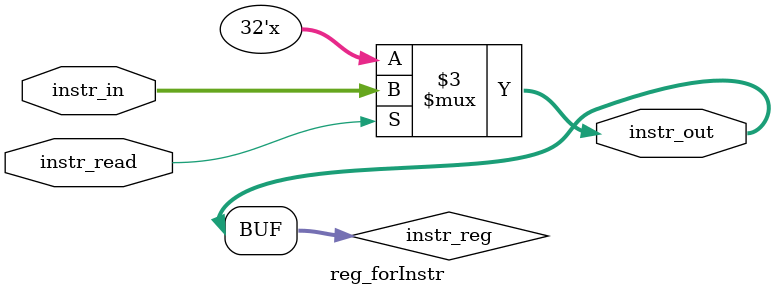
<source format=v>
module dealDataRead(
    input clk, mem_r, 
    output reg data_read
);
always@(negedge clk)
begin
	if(mem_r)
		data_read <= ~data_read;
	else
		data_read <= 0;
end  
endmodule


module dealLoad(
    input mem_r, read,data_addr,
	input [2:0] funct3,
	input [31:0] load_data,
	output reg [31:0] out_data
);
always@(*)
begin
	if(mem_r&read)begin
		case(funct3)
			3'b010://lw
				out_data = load_data;
			3'b000: //lb
				if(load_data[7])
                    out_data = {{24{1'b1}},load_data[7:0]};
				else
                    out_data = {{24{1'b0}},load_data[7:0]};                    
			3'b001: //lh
				if(load_data[15])
                    out_data = {{16{1'b1}},load_data[15:0]};
				else
                    out_data = {{16{1'b0}},load_data[15:0]};
			3'b100: //lbu
                out_data = {{24{1'b0}},load_data[7:0]};   
			default: //lhu
                out_data = {{16{1'b0}},load_data[15:0]};
		endcase
    end        
	else
		out_data = 0;
end
endmodule



module genAndExtend_Imm(
    input [2:0] ImmType,
	input [31:7] first25, //25 is least bit for imm 	
	output reg [31:0] imm_result
);
reg is20, add0;
reg [11:0] result12;
reg [19:0] result20;

always@(*)
begin
    result12 = 0; result20 = 0; is20 = 0; add0 = 0;
	case(ImmType)
		3'b001: begin
			result12 = first25[31:20];
		end		
		3'b011: begin
			result12 = {first25[31:25],first25[11:7]};
		end
		3'b100: begin
			result12 = {first25[31],first25[7],first25[30:25],first25[11:8]};
			add0 = 1;
		end
		3'b101: begin
			result20 = first25[31:12]; is20 = 1;
		end
		3'b110: begin
			result20 = {first25[31],first25[19:12],first25[20],first25[30:21]};
			is20 = 1; add0 = 1;
		end
		default: begin
			add0 = 0;
			is20 = 0;
			result12 = 0;
			result20 = 0;
		end
	endcase
end

always@(*)
begin
	if(!is20) //12
		if(!add0) 
			if(result12[11] == 0) 
                imm_result = {{20{1'b0}}, result12};
			else
                imm_result = {{20{1'b1}}, result12};
		else 
			if(result12[11] == 0) 
                imm_result = { {19{1'b0}}, result12, 1'b0};
			else
                imm_result = { {19{1'b1}}, result12, 1'b0};
	else //20
		if(!add0) 
            imm_result = { result20, {12{1'b0}} };
		else 
			if(result20[19] == 0) 
                imm_result = {{12{1'b0}}, result20, 1'b0};
			else
                imm_result = {{12{1'b1}}, result20, 1'b0};
				
end
endmodule



module dealStore(
    input mem_w,
	input [1:0] storeWay, addr_last2,
	input [31:0] rs2_data,
	output reg [3:0] where2write,
	output reg [31:0] data_in
);
initial
	where2write = 0;
	
always@(*)
begin
	if(mem_w)begin
		case(storeWay) //by the last 2 bit of funct3
			2'b00: //sb: write 1 byte
				case(addr_last2) //deal if not 4's multiple
					2'b00: begin
                        where2write = 4'b0001;
                        data_in = {{24{1'b0}},rs2_data[7:0]};
                    end
					2'b01:begin
                        where2write = 4'b0010;
                        data_in = {{16{1'b0}},rs2_data[7:0],{8{1'b0}}};
                    end
					2'b10: begin
                        where2write = 4'b0100;
                        data_in = {{8{1'b0}},rs2_data[7:0],{16{1'b0}}};
                    end
					2'b11:
                    begin
                        where2write = 4'b1000;
                        data_in = {rs2_data[7:0],{24{1'b0}}};
                    end
				endcase
			2'b01: //sh
				case(addr_last2)
					2'b00:begin
                        where2write = 4'b0011;
                        data_in = {{16{1'b0}},rs2_data[15:0]};
                    end
						
					2'b01:begin
                        where2write = 4'b0110;
                        data_in = {{8{1'b0}},rs2_data[15:0],{8{1'b0}}};
                    end
					default:begin
                        where2write = 4'b1100;
                        data_in = {rs2_data[15:0],{16{1'b0}}};
                    end		
				endcase
			default:begin //sw
                where2write = 4'b1111;
                data_in = rs2_data;
            end
		endcase
    end
	else begin
        where2write = 4'b0000;	
        data_in = 32'b0;
    end		
end
endmodule


module generate_DataAddr(
    input mem_r,mem_w,
	input [31:0] ALU_result,
	output [31:0] data_addr
);    
    assign data_addr =  (mem_r | mem_w) ? ALU_result : 0;
endmodule


module whetherRead(
    input clk, mem_r, mem_w,
	output reg instr_read
);
    always@(negedge clk) 
    begin
        if(mem_r||mem_w)
            instr_read <= ~instr_read;
        else
            instr_read <= 1;
    end
endmodule


module reg_forInstr(
    input instr_read,
	input [31:0] instr_in,
	output [31:0] instr_out
);
reg [31:0] instr_reg;
assign instr_out = instr_reg;
always@(instr_in)
begin
	if(instr_read)
		instr_reg = instr_in;
end
endmodule

/*
module reg_forData(
    input data_read,
	input [31:0] data_in,
	output [31:0] data_out
);
reg [31:0] data_reg;
assign data_out = data_reg;
always@(data_in)
begin
	if(data_read)
		data_reg = data_in;
end
endmodule*/
</source>
